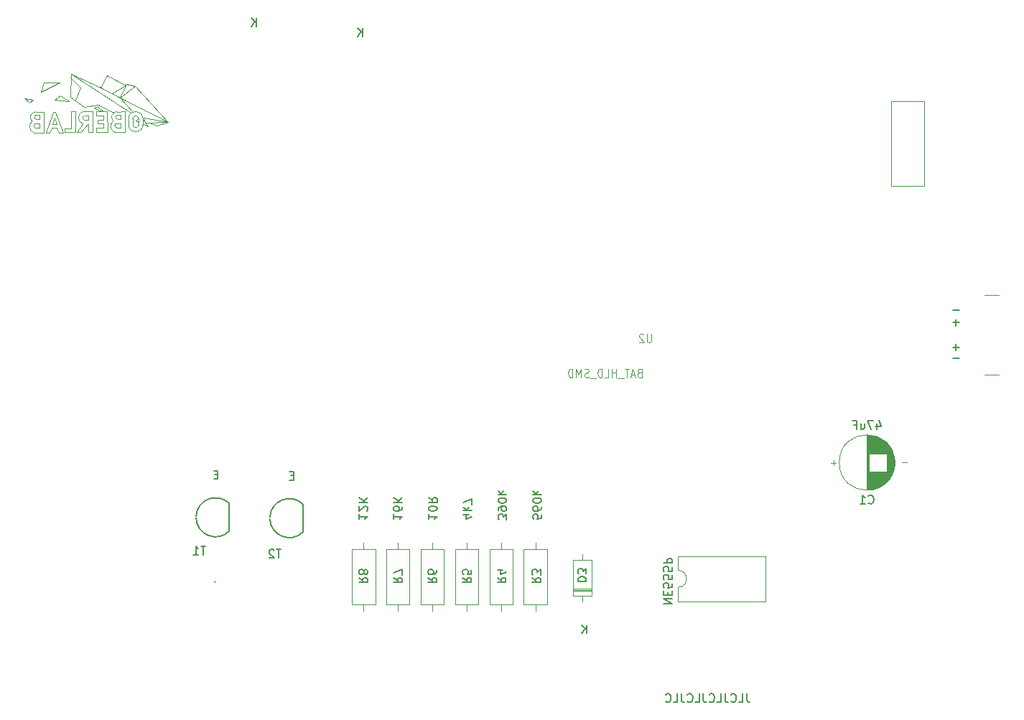
<source format=gbr>
%TF.GenerationSoftware,KiCad,Pcbnew,9.0.6*%
%TF.CreationDate,2026-01-09T14:19:34+01:00*%
%TF.ProjectId,Alligator,416c6c69-6761-4746-9f72-2e6b69636164,rev?*%
%TF.SameCoordinates,Original*%
%TF.FileFunction,Legend,Bot*%
%TF.FilePolarity,Positive*%
%FSLAX46Y46*%
G04 Gerber Fmt 4.6, Leading zero omitted, Abs format (unit mm)*
G04 Created by KiCad (PCBNEW 9.0.6) date 2026-01-09 14:19:34*
%MOMM*%
%LPD*%
G01*
G04 APERTURE LIST*
%ADD10C,0.150000*%
%ADD11C,0.050000*%
%ADD12C,0.120000*%
%ADD13C,0.010000*%
G04 APERTURE END LIST*
D10*
X118139055Y-111556175D02*
G75*
G02*
X122060188Y-110021487I2300045J-100025D01*
G01*
X109439055Y-111456175D02*
G75*
G02*
X113360188Y-109921487I2300045J-100025D01*
G01*
X122060146Y-113290820D02*
G75*
G02*
X118139148Y-111756171I-1621046J1634620D01*
G01*
X122039055Y-109956175D02*
X122039055Y-113256175D01*
X113360146Y-113190820D02*
G75*
G02*
X109439148Y-111656171I-1621046J1634620D01*
G01*
X113339055Y-109856175D02*
X113339055Y-113156175D01*
X116561904Y-53654819D02*
X116561904Y-52654819D01*
X115990476Y-53654819D02*
X116419047Y-53083390D01*
X115990476Y-52654819D02*
X116561904Y-53226247D01*
X129061904Y-54854819D02*
X129061904Y-53854819D01*
X128490476Y-54854819D02*
X128919047Y-54283390D01*
X128490476Y-53854819D02*
X129061904Y-54426247D01*
X110561904Y-114954819D02*
X109990476Y-114954819D01*
X110276190Y-115954819D02*
X110276190Y-114954819D01*
X109133333Y-115954819D02*
X109704761Y-115954819D01*
X109419047Y-115954819D02*
X109419047Y-114954819D01*
X109419047Y-114954819D02*
X109514285Y-115097676D01*
X109514285Y-115097676D02*
X109609523Y-115192914D01*
X109609523Y-115192914D02*
X109704761Y-115240533D01*
X174377506Y-132369819D02*
X174377506Y-133084104D01*
X174377506Y-133084104D02*
X174425125Y-133226961D01*
X174425125Y-133226961D02*
X174520363Y-133322200D01*
X174520363Y-133322200D02*
X174663220Y-133369819D01*
X174663220Y-133369819D02*
X174758458Y-133369819D01*
X173425125Y-133369819D02*
X173901315Y-133369819D01*
X173901315Y-133369819D02*
X173901315Y-132369819D01*
X172520363Y-133274580D02*
X172567982Y-133322200D01*
X172567982Y-133322200D02*
X172710839Y-133369819D01*
X172710839Y-133369819D02*
X172806077Y-133369819D01*
X172806077Y-133369819D02*
X172948934Y-133322200D01*
X172948934Y-133322200D02*
X173044172Y-133226961D01*
X173044172Y-133226961D02*
X173091791Y-133131723D01*
X173091791Y-133131723D02*
X173139410Y-132941247D01*
X173139410Y-132941247D02*
X173139410Y-132798390D01*
X173139410Y-132798390D02*
X173091791Y-132607914D01*
X173091791Y-132607914D02*
X173044172Y-132512676D01*
X173044172Y-132512676D02*
X172948934Y-132417438D01*
X172948934Y-132417438D02*
X172806077Y-132369819D01*
X172806077Y-132369819D02*
X172710839Y-132369819D01*
X172710839Y-132369819D02*
X172567982Y-132417438D01*
X172567982Y-132417438D02*
X172520363Y-132465057D01*
X171806077Y-132369819D02*
X171806077Y-133084104D01*
X171806077Y-133084104D02*
X171853696Y-133226961D01*
X171853696Y-133226961D02*
X171948934Y-133322200D01*
X171948934Y-133322200D02*
X172091791Y-133369819D01*
X172091791Y-133369819D02*
X172187029Y-133369819D01*
X170853696Y-133369819D02*
X171329886Y-133369819D01*
X171329886Y-133369819D02*
X171329886Y-132369819D01*
X169948934Y-133274580D02*
X169996553Y-133322200D01*
X169996553Y-133322200D02*
X170139410Y-133369819D01*
X170139410Y-133369819D02*
X170234648Y-133369819D01*
X170234648Y-133369819D02*
X170377505Y-133322200D01*
X170377505Y-133322200D02*
X170472743Y-133226961D01*
X170472743Y-133226961D02*
X170520362Y-133131723D01*
X170520362Y-133131723D02*
X170567981Y-132941247D01*
X170567981Y-132941247D02*
X170567981Y-132798390D01*
X170567981Y-132798390D02*
X170520362Y-132607914D01*
X170520362Y-132607914D02*
X170472743Y-132512676D01*
X170472743Y-132512676D02*
X170377505Y-132417438D01*
X170377505Y-132417438D02*
X170234648Y-132369819D01*
X170234648Y-132369819D02*
X170139410Y-132369819D01*
X170139410Y-132369819D02*
X169996553Y-132417438D01*
X169996553Y-132417438D02*
X169948934Y-132465057D01*
X169234648Y-132369819D02*
X169234648Y-133084104D01*
X169234648Y-133084104D02*
X169282267Y-133226961D01*
X169282267Y-133226961D02*
X169377505Y-133322200D01*
X169377505Y-133322200D02*
X169520362Y-133369819D01*
X169520362Y-133369819D02*
X169615600Y-133369819D01*
X168282267Y-133369819D02*
X168758457Y-133369819D01*
X168758457Y-133369819D02*
X168758457Y-132369819D01*
X167377505Y-133274580D02*
X167425124Y-133322200D01*
X167425124Y-133322200D02*
X167567981Y-133369819D01*
X167567981Y-133369819D02*
X167663219Y-133369819D01*
X167663219Y-133369819D02*
X167806076Y-133322200D01*
X167806076Y-133322200D02*
X167901314Y-133226961D01*
X167901314Y-133226961D02*
X167948933Y-133131723D01*
X167948933Y-133131723D02*
X167996552Y-132941247D01*
X167996552Y-132941247D02*
X167996552Y-132798390D01*
X167996552Y-132798390D02*
X167948933Y-132607914D01*
X167948933Y-132607914D02*
X167901314Y-132512676D01*
X167901314Y-132512676D02*
X167806076Y-132417438D01*
X167806076Y-132417438D02*
X167663219Y-132369819D01*
X167663219Y-132369819D02*
X167567981Y-132369819D01*
X167567981Y-132369819D02*
X167425124Y-132417438D01*
X167425124Y-132417438D02*
X167377505Y-132465057D01*
X166663219Y-132369819D02*
X166663219Y-133084104D01*
X166663219Y-133084104D02*
X166710838Y-133226961D01*
X166710838Y-133226961D02*
X166806076Y-133322200D01*
X166806076Y-133322200D02*
X166948933Y-133369819D01*
X166948933Y-133369819D02*
X167044171Y-133369819D01*
X165710838Y-133369819D02*
X166187028Y-133369819D01*
X166187028Y-133369819D02*
X166187028Y-132369819D01*
X164806076Y-133274580D02*
X164853695Y-133322200D01*
X164853695Y-133322200D02*
X164996552Y-133369819D01*
X164996552Y-133369819D02*
X165091790Y-133369819D01*
X165091790Y-133369819D02*
X165234647Y-133322200D01*
X165234647Y-133322200D02*
X165329885Y-133226961D01*
X165329885Y-133226961D02*
X165377504Y-133131723D01*
X165377504Y-133131723D02*
X165425123Y-132941247D01*
X165425123Y-132941247D02*
X165425123Y-132798390D01*
X165425123Y-132798390D02*
X165377504Y-132607914D01*
X165377504Y-132607914D02*
X165329885Y-132512676D01*
X165329885Y-132512676D02*
X165234647Y-132417438D01*
X165234647Y-132417438D02*
X165091790Y-132369819D01*
X165091790Y-132369819D02*
X164996552Y-132369819D01*
X164996552Y-132369819D02*
X164853695Y-132417438D01*
X164853695Y-132417438D02*
X164806076Y-132465057D01*
X120914285Y-106631009D02*
X120580952Y-106631009D01*
X120438095Y-107154819D02*
X120914285Y-107154819D01*
X120914285Y-107154819D02*
X120914285Y-106154819D01*
X120914285Y-106154819D02*
X120438095Y-106154819D01*
X198636779Y-87088866D02*
X199398684Y-87088866D01*
X119461904Y-115354819D02*
X118890476Y-115354819D01*
X119176190Y-116354819D02*
X119176190Y-115354819D01*
X118604761Y-115450057D02*
X118557142Y-115402438D01*
X118557142Y-115402438D02*
X118461904Y-115354819D01*
X118461904Y-115354819D02*
X118223809Y-115354819D01*
X118223809Y-115354819D02*
X118128571Y-115402438D01*
X118128571Y-115402438D02*
X118080952Y-115450057D01*
X118080952Y-115450057D02*
X118033333Y-115545295D01*
X118033333Y-115545295D02*
X118033333Y-115640533D01*
X118033333Y-115640533D02*
X118080952Y-115783390D01*
X118080952Y-115783390D02*
X118652380Y-116354819D01*
X118652380Y-116354819D02*
X118033333Y-116354819D01*
X112014285Y-106531009D02*
X111680952Y-106531009D01*
X111538095Y-107054819D02*
X112014285Y-107054819D01*
X112014285Y-107054819D02*
X112014285Y-106054819D01*
X112014285Y-106054819D02*
X111538095Y-106054819D01*
X198636779Y-88588866D02*
X199398684Y-88588866D01*
X199017731Y-88969819D02*
X199017731Y-88207914D01*
X198636779Y-92788866D02*
X199398684Y-92788866D01*
X198636779Y-91488866D02*
X199398684Y-91488866D01*
X199017731Y-91869819D02*
X199017731Y-91107914D01*
X164545180Y-121766666D02*
X165545180Y-121766666D01*
X165545180Y-121766666D02*
X164545180Y-121195238D01*
X164545180Y-121195238D02*
X165545180Y-121195238D01*
X165068990Y-120719047D02*
X165068990Y-120385714D01*
X164545180Y-120242857D02*
X164545180Y-120719047D01*
X164545180Y-120719047D02*
X165545180Y-120719047D01*
X165545180Y-120719047D02*
X165545180Y-120242857D01*
X165545180Y-119338095D02*
X165545180Y-119814285D01*
X165545180Y-119814285D02*
X165068990Y-119861904D01*
X165068990Y-119861904D02*
X165116609Y-119814285D01*
X165116609Y-119814285D02*
X165164228Y-119719047D01*
X165164228Y-119719047D02*
X165164228Y-119480952D01*
X165164228Y-119480952D02*
X165116609Y-119385714D01*
X165116609Y-119385714D02*
X165068990Y-119338095D01*
X165068990Y-119338095D02*
X164973752Y-119290476D01*
X164973752Y-119290476D02*
X164735657Y-119290476D01*
X164735657Y-119290476D02*
X164640419Y-119338095D01*
X164640419Y-119338095D02*
X164592800Y-119385714D01*
X164592800Y-119385714D02*
X164545180Y-119480952D01*
X164545180Y-119480952D02*
X164545180Y-119719047D01*
X164545180Y-119719047D02*
X164592800Y-119814285D01*
X164592800Y-119814285D02*
X164640419Y-119861904D01*
X165545180Y-118385714D02*
X165545180Y-118861904D01*
X165545180Y-118861904D02*
X165068990Y-118909523D01*
X165068990Y-118909523D02*
X165116609Y-118861904D01*
X165116609Y-118861904D02*
X165164228Y-118766666D01*
X165164228Y-118766666D02*
X165164228Y-118528571D01*
X165164228Y-118528571D02*
X165116609Y-118433333D01*
X165116609Y-118433333D02*
X165068990Y-118385714D01*
X165068990Y-118385714D02*
X164973752Y-118338095D01*
X164973752Y-118338095D02*
X164735657Y-118338095D01*
X164735657Y-118338095D02*
X164640419Y-118385714D01*
X164640419Y-118385714D02*
X164592800Y-118433333D01*
X164592800Y-118433333D02*
X164545180Y-118528571D01*
X164545180Y-118528571D02*
X164545180Y-118766666D01*
X164545180Y-118766666D02*
X164592800Y-118861904D01*
X164592800Y-118861904D02*
X164640419Y-118909523D01*
X165545180Y-117433333D02*
X165545180Y-117909523D01*
X165545180Y-117909523D02*
X165068990Y-117957142D01*
X165068990Y-117957142D02*
X165116609Y-117909523D01*
X165116609Y-117909523D02*
X165164228Y-117814285D01*
X165164228Y-117814285D02*
X165164228Y-117576190D01*
X165164228Y-117576190D02*
X165116609Y-117480952D01*
X165116609Y-117480952D02*
X165068990Y-117433333D01*
X165068990Y-117433333D02*
X164973752Y-117385714D01*
X164973752Y-117385714D02*
X164735657Y-117385714D01*
X164735657Y-117385714D02*
X164640419Y-117433333D01*
X164640419Y-117433333D02*
X164592800Y-117480952D01*
X164592800Y-117480952D02*
X164545180Y-117576190D01*
X164545180Y-117576190D02*
X164545180Y-117814285D01*
X164545180Y-117814285D02*
X164592800Y-117909523D01*
X164592800Y-117909523D02*
X164640419Y-117957142D01*
X164545180Y-116957142D02*
X165545180Y-116957142D01*
X165545180Y-116957142D02*
X165545180Y-116576190D01*
X165545180Y-116576190D02*
X165497561Y-116480952D01*
X165497561Y-116480952D02*
X165449942Y-116433333D01*
X165449942Y-116433333D02*
X165354704Y-116385714D01*
X165354704Y-116385714D02*
X165211847Y-116385714D01*
X165211847Y-116385714D02*
X165116609Y-116433333D01*
X165116609Y-116433333D02*
X165068990Y-116480952D01*
X165068990Y-116480952D02*
X165021371Y-116576190D01*
X165021371Y-116576190D02*
X165021371Y-116957142D01*
X149045180Y-118666666D02*
X149521371Y-118999999D01*
X149045180Y-119238094D02*
X150045180Y-119238094D01*
X150045180Y-119238094D02*
X150045180Y-118857142D01*
X150045180Y-118857142D02*
X149997561Y-118761904D01*
X149997561Y-118761904D02*
X149949942Y-118714285D01*
X149949942Y-118714285D02*
X149854704Y-118666666D01*
X149854704Y-118666666D02*
X149711847Y-118666666D01*
X149711847Y-118666666D02*
X149616609Y-118714285D01*
X149616609Y-118714285D02*
X149568990Y-118761904D01*
X149568990Y-118761904D02*
X149521371Y-118857142D01*
X149521371Y-118857142D02*
X149521371Y-119238094D01*
X150045180Y-118333332D02*
X150045180Y-117714285D01*
X150045180Y-117714285D02*
X149664228Y-118047618D01*
X149664228Y-118047618D02*
X149664228Y-117904761D01*
X149664228Y-117904761D02*
X149616609Y-117809523D01*
X149616609Y-117809523D02*
X149568990Y-117761904D01*
X149568990Y-117761904D02*
X149473752Y-117714285D01*
X149473752Y-117714285D02*
X149235657Y-117714285D01*
X149235657Y-117714285D02*
X149140419Y-117761904D01*
X149140419Y-117761904D02*
X149092800Y-117809523D01*
X149092800Y-117809523D02*
X149045180Y-117904761D01*
X149045180Y-117904761D02*
X149045180Y-118190475D01*
X149045180Y-118190475D02*
X149092800Y-118285713D01*
X149092800Y-118285713D02*
X149140419Y-118333332D01*
X150145180Y-111238094D02*
X150145180Y-111714284D01*
X150145180Y-111714284D02*
X149668990Y-111761903D01*
X149668990Y-111761903D02*
X149716609Y-111714284D01*
X149716609Y-111714284D02*
X149764228Y-111619046D01*
X149764228Y-111619046D02*
X149764228Y-111380951D01*
X149764228Y-111380951D02*
X149716609Y-111285713D01*
X149716609Y-111285713D02*
X149668990Y-111238094D01*
X149668990Y-111238094D02*
X149573752Y-111190475D01*
X149573752Y-111190475D02*
X149335657Y-111190475D01*
X149335657Y-111190475D02*
X149240419Y-111238094D01*
X149240419Y-111238094D02*
X149192800Y-111285713D01*
X149192800Y-111285713D02*
X149145180Y-111380951D01*
X149145180Y-111380951D02*
X149145180Y-111619046D01*
X149145180Y-111619046D02*
X149192800Y-111714284D01*
X149192800Y-111714284D02*
X149240419Y-111761903D01*
X150145180Y-110333332D02*
X150145180Y-110523808D01*
X150145180Y-110523808D02*
X150097561Y-110619046D01*
X150097561Y-110619046D02*
X150049942Y-110666665D01*
X150049942Y-110666665D02*
X149907085Y-110761903D01*
X149907085Y-110761903D02*
X149716609Y-110809522D01*
X149716609Y-110809522D02*
X149335657Y-110809522D01*
X149335657Y-110809522D02*
X149240419Y-110761903D01*
X149240419Y-110761903D02*
X149192800Y-110714284D01*
X149192800Y-110714284D02*
X149145180Y-110619046D01*
X149145180Y-110619046D02*
X149145180Y-110428570D01*
X149145180Y-110428570D02*
X149192800Y-110333332D01*
X149192800Y-110333332D02*
X149240419Y-110285713D01*
X149240419Y-110285713D02*
X149335657Y-110238094D01*
X149335657Y-110238094D02*
X149573752Y-110238094D01*
X149573752Y-110238094D02*
X149668990Y-110285713D01*
X149668990Y-110285713D02*
X149716609Y-110333332D01*
X149716609Y-110333332D02*
X149764228Y-110428570D01*
X149764228Y-110428570D02*
X149764228Y-110619046D01*
X149764228Y-110619046D02*
X149716609Y-110714284D01*
X149716609Y-110714284D02*
X149668990Y-110761903D01*
X149668990Y-110761903D02*
X149573752Y-110809522D01*
X150145180Y-109619046D02*
X150145180Y-109523808D01*
X150145180Y-109523808D02*
X150097561Y-109428570D01*
X150097561Y-109428570D02*
X150049942Y-109380951D01*
X150049942Y-109380951D02*
X149954704Y-109333332D01*
X149954704Y-109333332D02*
X149764228Y-109285713D01*
X149764228Y-109285713D02*
X149526133Y-109285713D01*
X149526133Y-109285713D02*
X149335657Y-109333332D01*
X149335657Y-109333332D02*
X149240419Y-109380951D01*
X149240419Y-109380951D02*
X149192800Y-109428570D01*
X149192800Y-109428570D02*
X149145180Y-109523808D01*
X149145180Y-109523808D02*
X149145180Y-109619046D01*
X149145180Y-109619046D02*
X149192800Y-109714284D01*
X149192800Y-109714284D02*
X149240419Y-109761903D01*
X149240419Y-109761903D02*
X149335657Y-109809522D01*
X149335657Y-109809522D02*
X149526133Y-109857141D01*
X149526133Y-109857141D02*
X149764228Y-109857141D01*
X149764228Y-109857141D02*
X149954704Y-109809522D01*
X149954704Y-109809522D02*
X150049942Y-109761903D01*
X150049942Y-109761903D02*
X150097561Y-109714284D01*
X150097561Y-109714284D02*
X150145180Y-109619046D01*
X149145180Y-108857141D02*
X150145180Y-108857141D01*
X149526133Y-108761903D02*
X149145180Y-108476189D01*
X149811847Y-108476189D02*
X149430895Y-108857141D01*
X136805180Y-118666666D02*
X137281371Y-118999999D01*
X136805180Y-119238094D02*
X137805180Y-119238094D01*
X137805180Y-119238094D02*
X137805180Y-118857142D01*
X137805180Y-118857142D02*
X137757561Y-118761904D01*
X137757561Y-118761904D02*
X137709942Y-118714285D01*
X137709942Y-118714285D02*
X137614704Y-118666666D01*
X137614704Y-118666666D02*
X137471847Y-118666666D01*
X137471847Y-118666666D02*
X137376609Y-118714285D01*
X137376609Y-118714285D02*
X137328990Y-118761904D01*
X137328990Y-118761904D02*
X137281371Y-118857142D01*
X137281371Y-118857142D02*
X137281371Y-119238094D01*
X137805180Y-117809523D02*
X137805180Y-117999999D01*
X137805180Y-117999999D02*
X137757561Y-118095237D01*
X137757561Y-118095237D02*
X137709942Y-118142856D01*
X137709942Y-118142856D02*
X137567085Y-118238094D01*
X137567085Y-118238094D02*
X137376609Y-118285713D01*
X137376609Y-118285713D02*
X136995657Y-118285713D01*
X136995657Y-118285713D02*
X136900419Y-118238094D01*
X136900419Y-118238094D02*
X136852800Y-118190475D01*
X136852800Y-118190475D02*
X136805180Y-118095237D01*
X136805180Y-118095237D02*
X136805180Y-117904761D01*
X136805180Y-117904761D02*
X136852800Y-117809523D01*
X136852800Y-117809523D02*
X136900419Y-117761904D01*
X136900419Y-117761904D02*
X136995657Y-117714285D01*
X136995657Y-117714285D02*
X137233752Y-117714285D01*
X137233752Y-117714285D02*
X137328990Y-117761904D01*
X137328990Y-117761904D02*
X137376609Y-117809523D01*
X137376609Y-117809523D02*
X137424228Y-117904761D01*
X137424228Y-117904761D02*
X137424228Y-118095237D01*
X137424228Y-118095237D02*
X137376609Y-118190475D01*
X137376609Y-118190475D02*
X137328990Y-118238094D01*
X137328990Y-118238094D02*
X137233752Y-118285713D01*
X136845180Y-111190476D02*
X136845180Y-111761904D01*
X136845180Y-111476190D02*
X137845180Y-111476190D01*
X137845180Y-111476190D02*
X137702323Y-111571428D01*
X137702323Y-111571428D02*
X137607085Y-111666666D01*
X137607085Y-111666666D02*
X137559466Y-111761904D01*
X137845180Y-110571428D02*
X137845180Y-110476190D01*
X137845180Y-110476190D02*
X137797561Y-110380952D01*
X137797561Y-110380952D02*
X137749942Y-110333333D01*
X137749942Y-110333333D02*
X137654704Y-110285714D01*
X137654704Y-110285714D02*
X137464228Y-110238095D01*
X137464228Y-110238095D02*
X137226133Y-110238095D01*
X137226133Y-110238095D02*
X137035657Y-110285714D01*
X137035657Y-110285714D02*
X136940419Y-110333333D01*
X136940419Y-110333333D02*
X136892800Y-110380952D01*
X136892800Y-110380952D02*
X136845180Y-110476190D01*
X136845180Y-110476190D02*
X136845180Y-110571428D01*
X136845180Y-110571428D02*
X136892800Y-110666666D01*
X136892800Y-110666666D02*
X136940419Y-110714285D01*
X136940419Y-110714285D02*
X137035657Y-110761904D01*
X137035657Y-110761904D02*
X137226133Y-110809523D01*
X137226133Y-110809523D02*
X137464228Y-110809523D01*
X137464228Y-110809523D02*
X137654704Y-110761904D01*
X137654704Y-110761904D02*
X137749942Y-110714285D01*
X137749942Y-110714285D02*
X137797561Y-110666666D01*
X137797561Y-110666666D02*
X137845180Y-110571428D01*
X136845180Y-109238095D02*
X137321371Y-109571428D01*
X136845180Y-109809523D02*
X137845180Y-109809523D01*
X137845180Y-109809523D02*
X137845180Y-109428571D01*
X137845180Y-109428571D02*
X137797561Y-109333333D01*
X137797561Y-109333333D02*
X137749942Y-109285714D01*
X137749942Y-109285714D02*
X137654704Y-109238095D01*
X137654704Y-109238095D02*
X137511847Y-109238095D01*
X137511847Y-109238095D02*
X137416609Y-109285714D01*
X137416609Y-109285714D02*
X137368990Y-109333333D01*
X137368990Y-109333333D02*
X137321371Y-109428571D01*
X137321371Y-109428571D02*
X137321371Y-109809523D01*
X128645180Y-118666666D02*
X129121371Y-118999999D01*
X128645180Y-119238094D02*
X129645180Y-119238094D01*
X129645180Y-119238094D02*
X129645180Y-118857142D01*
X129645180Y-118857142D02*
X129597561Y-118761904D01*
X129597561Y-118761904D02*
X129549942Y-118714285D01*
X129549942Y-118714285D02*
X129454704Y-118666666D01*
X129454704Y-118666666D02*
X129311847Y-118666666D01*
X129311847Y-118666666D02*
X129216609Y-118714285D01*
X129216609Y-118714285D02*
X129168990Y-118761904D01*
X129168990Y-118761904D02*
X129121371Y-118857142D01*
X129121371Y-118857142D02*
X129121371Y-119238094D01*
X129216609Y-118095237D02*
X129264228Y-118190475D01*
X129264228Y-118190475D02*
X129311847Y-118238094D01*
X129311847Y-118238094D02*
X129407085Y-118285713D01*
X129407085Y-118285713D02*
X129454704Y-118285713D01*
X129454704Y-118285713D02*
X129549942Y-118238094D01*
X129549942Y-118238094D02*
X129597561Y-118190475D01*
X129597561Y-118190475D02*
X129645180Y-118095237D01*
X129645180Y-118095237D02*
X129645180Y-117904761D01*
X129645180Y-117904761D02*
X129597561Y-117809523D01*
X129597561Y-117809523D02*
X129549942Y-117761904D01*
X129549942Y-117761904D02*
X129454704Y-117714285D01*
X129454704Y-117714285D02*
X129407085Y-117714285D01*
X129407085Y-117714285D02*
X129311847Y-117761904D01*
X129311847Y-117761904D02*
X129264228Y-117809523D01*
X129264228Y-117809523D02*
X129216609Y-117904761D01*
X129216609Y-117904761D02*
X129216609Y-118095237D01*
X129216609Y-118095237D02*
X129168990Y-118190475D01*
X129168990Y-118190475D02*
X129121371Y-118238094D01*
X129121371Y-118238094D02*
X129026133Y-118285713D01*
X129026133Y-118285713D02*
X128835657Y-118285713D01*
X128835657Y-118285713D02*
X128740419Y-118238094D01*
X128740419Y-118238094D02*
X128692800Y-118190475D01*
X128692800Y-118190475D02*
X128645180Y-118095237D01*
X128645180Y-118095237D02*
X128645180Y-117904761D01*
X128645180Y-117904761D02*
X128692800Y-117809523D01*
X128692800Y-117809523D02*
X128740419Y-117761904D01*
X128740419Y-117761904D02*
X128835657Y-117714285D01*
X128835657Y-117714285D02*
X129026133Y-117714285D01*
X129026133Y-117714285D02*
X129121371Y-117761904D01*
X129121371Y-117761904D02*
X129168990Y-117809523D01*
X129168990Y-117809523D02*
X129216609Y-117904761D01*
X128645180Y-111190476D02*
X128645180Y-111761904D01*
X128645180Y-111476190D02*
X129645180Y-111476190D01*
X129645180Y-111476190D02*
X129502323Y-111571428D01*
X129502323Y-111571428D02*
X129407085Y-111666666D01*
X129407085Y-111666666D02*
X129359466Y-111761904D01*
X129549942Y-110809523D02*
X129597561Y-110761904D01*
X129597561Y-110761904D02*
X129645180Y-110666666D01*
X129645180Y-110666666D02*
X129645180Y-110428571D01*
X129645180Y-110428571D02*
X129597561Y-110333333D01*
X129597561Y-110333333D02*
X129549942Y-110285714D01*
X129549942Y-110285714D02*
X129454704Y-110238095D01*
X129454704Y-110238095D02*
X129359466Y-110238095D01*
X129359466Y-110238095D02*
X129216609Y-110285714D01*
X129216609Y-110285714D02*
X128645180Y-110857142D01*
X128645180Y-110857142D02*
X128645180Y-110238095D01*
X128645180Y-109809523D02*
X129645180Y-109809523D01*
X128645180Y-109238095D02*
X129216609Y-109666666D01*
X129645180Y-109238095D02*
X129073752Y-109809523D01*
X154445180Y-119138094D02*
X155445180Y-119138094D01*
X155445180Y-119138094D02*
X155445180Y-118899999D01*
X155445180Y-118899999D02*
X155397561Y-118757142D01*
X155397561Y-118757142D02*
X155302323Y-118661904D01*
X155302323Y-118661904D02*
X155207085Y-118614285D01*
X155207085Y-118614285D02*
X155016609Y-118566666D01*
X155016609Y-118566666D02*
X154873752Y-118566666D01*
X154873752Y-118566666D02*
X154683276Y-118614285D01*
X154683276Y-118614285D02*
X154588038Y-118661904D01*
X154588038Y-118661904D02*
X154492800Y-118757142D01*
X154492800Y-118757142D02*
X154445180Y-118899999D01*
X154445180Y-118899999D02*
X154445180Y-119138094D01*
X155445180Y-118233332D02*
X155445180Y-117614285D01*
X155445180Y-117614285D02*
X155064228Y-117947618D01*
X155064228Y-117947618D02*
X155064228Y-117804761D01*
X155064228Y-117804761D02*
X155016609Y-117709523D01*
X155016609Y-117709523D02*
X154968990Y-117661904D01*
X154968990Y-117661904D02*
X154873752Y-117614285D01*
X154873752Y-117614285D02*
X154635657Y-117614285D01*
X154635657Y-117614285D02*
X154540419Y-117661904D01*
X154540419Y-117661904D02*
X154492800Y-117709523D01*
X154492800Y-117709523D02*
X154445180Y-117804761D01*
X154445180Y-117804761D02*
X154445180Y-118090475D01*
X154445180Y-118090475D02*
X154492800Y-118185713D01*
X154492800Y-118185713D02*
X154540419Y-118233332D01*
X155461904Y-125254819D02*
X155461904Y-124254819D01*
X154890476Y-125254819D02*
X155319047Y-124683390D01*
X154890476Y-124254819D02*
X155461904Y-124826247D01*
X140885180Y-118666666D02*
X141361371Y-118999999D01*
X140885180Y-119238094D02*
X141885180Y-119238094D01*
X141885180Y-119238094D02*
X141885180Y-118857142D01*
X141885180Y-118857142D02*
X141837561Y-118761904D01*
X141837561Y-118761904D02*
X141789942Y-118714285D01*
X141789942Y-118714285D02*
X141694704Y-118666666D01*
X141694704Y-118666666D02*
X141551847Y-118666666D01*
X141551847Y-118666666D02*
X141456609Y-118714285D01*
X141456609Y-118714285D02*
X141408990Y-118761904D01*
X141408990Y-118761904D02*
X141361371Y-118857142D01*
X141361371Y-118857142D02*
X141361371Y-119238094D01*
X141885180Y-117761904D02*
X141885180Y-118238094D01*
X141885180Y-118238094D02*
X141408990Y-118285713D01*
X141408990Y-118285713D02*
X141456609Y-118238094D01*
X141456609Y-118238094D02*
X141504228Y-118142856D01*
X141504228Y-118142856D02*
X141504228Y-117904761D01*
X141504228Y-117904761D02*
X141456609Y-117809523D01*
X141456609Y-117809523D02*
X141408990Y-117761904D01*
X141408990Y-117761904D02*
X141313752Y-117714285D01*
X141313752Y-117714285D02*
X141075657Y-117714285D01*
X141075657Y-117714285D02*
X140980419Y-117761904D01*
X140980419Y-117761904D02*
X140932800Y-117809523D01*
X140932800Y-117809523D02*
X140885180Y-117904761D01*
X140885180Y-117904761D02*
X140885180Y-118142856D01*
X140885180Y-118142856D02*
X140932800Y-118238094D01*
X140932800Y-118238094D02*
X140980419Y-118285713D01*
X141611847Y-111285714D02*
X140945180Y-111285714D01*
X141992800Y-111523809D02*
X141278514Y-111761904D01*
X141278514Y-111761904D02*
X141278514Y-111142857D01*
X140945180Y-110761904D02*
X141945180Y-110761904D01*
X141326133Y-110666666D02*
X140945180Y-110380952D01*
X141611847Y-110380952D02*
X141230895Y-110761904D01*
X141945180Y-110047618D02*
X141945180Y-109380952D01*
X141945180Y-109380952D02*
X140945180Y-109809523D01*
X144965180Y-118666666D02*
X145441371Y-118999999D01*
X144965180Y-119238094D02*
X145965180Y-119238094D01*
X145965180Y-119238094D02*
X145965180Y-118857142D01*
X145965180Y-118857142D02*
X145917561Y-118761904D01*
X145917561Y-118761904D02*
X145869942Y-118714285D01*
X145869942Y-118714285D02*
X145774704Y-118666666D01*
X145774704Y-118666666D02*
X145631847Y-118666666D01*
X145631847Y-118666666D02*
X145536609Y-118714285D01*
X145536609Y-118714285D02*
X145488990Y-118761904D01*
X145488990Y-118761904D02*
X145441371Y-118857142D01*
X145441371Y-118857142D02*
X145441371Y-119238094D01*
X145631847Y-117809523D02*
X144965180Y-117809523D01*
X146012800Y-118047618D02*
X145298514Y-118285713D01*
X145298514Y-118285713D02*
X145298514Y-117666666D01*
X146045180Y-111809522D02*
X146045180Y-111190475D01*
X146045180Y-111190475D02*
X145664228Y-111523808D01*
X145664228Y-111523808D02*
X145664228Y-111380951D01*
X145664228Y-111380951D02*
X145616609Y-111285713D01*
X145616609Y-111285713D02*
X145568990Y-111238094D01*
X145568990Y-111238094D02*
X145473752Y-111190475D01*
X145473752Y-111190475D02*
X145235657Y-111190475D01*
X145235657Y-111190475D02*
X145140419Y-111238094D01*
X145140419Y-111238094D02*
X145092800Y-111285713D01*
X145092800Y-111285713D02*
X145045180Y-111380951D01*
X145045180Y-111380951D02*
X145045180Y-111666665D01*
X145045180Y-111666665D02*
X145092800Y-111761903D01*
X145092800Y-111761903D02*
X145140419Y-111809522D01*
X145045180Y-110714284D02*
X145045180Y-110523808D01*
X145045180Y-110523808D02*
X145092800Y-110428570D01*
X145092800Y-110428570D02*
X145140419Y-110380951D01*
X145140419Y-110380951D02*
X145283276Y-110285713D01*
X145283276Y-110285713D02*
X145473752Y-110238094D01*
X145473752Y-110238094D02*
X145854704Y-110238094D01*
X145854704Y-110238094D02*
X145949942Y-110285713D01*
X145949942Y-110285713D02*
X145997561Y-110333332D01*
X145997561Y-110333332D02*
X146045180Y-110428570D01*
X146045180Y-110428570D02*
X146045180Y-110619046D01*
X146045180Y-110619046D02*
X145997561Y-110714284D01*
X145997561Y-110714284D02*
X145949942Y-110761903D01*
X145949942Y-110761903D02*
X145854704Y-110809522D01*
X145854704Y-110809522D02*
X145616609Y-110809522D01*
X145616609Y-110809522D02*
X145521371Y-110761903D01*
X145521371Y-110761903D02*
X145473752Y-110714284D01*
X145473752Y-110714284D02*
X145426133Y-110619046D01*
X145426133Y-110619046D02*
X145426133Y-110428570D01*
X145426133Y-110428570D02*
X145473752Y-110333332D01*
X145473752Y-110333332D02*
X145521371Y-110285713D01*
X145521371Y-110285713D02*
X145616609Y-110238094D01*
X146045180Y-109619046D02*
X146045180Y-109523808D01*
X146045180Y-109523808D02*
X145997561Y-109428570D01*
X145997561Y-109428570D02*
X145949942Y-109380951D01*
X145949942Y-109380951D02*
X145854704Y-109333332D01*
X145854704Y-109333332D02*
X145664228Y-109285713D01*
X145664228Y-109285713D02*
X145426133Y-109285713D01*
X145426133Y-109285713D02*
X145235657Y-109333332D01*
X145235657Y-109333332D02*
X145140419Y-109380951D01*
X145140419Y-109380951D02*
X145092800Y-109428570D01*
X145092800Y-109428570D02*
X145045180Y-109523808D01*
X145045180Y-109523808D02*
X145045180Y-109619046D01*
X145045180Y-109619046D02*
X145092800Y-109714284D01*
X145092800Y-109714284D02*
X145140419Y-109761903D01*
X145140419Y-109761903D02*
X145235657Y-109809522D01*
X145235657Y-109809522D02*
X145426133Y-109857141D01*
X145426133Y-109857141D02*
X145664228Y-109857141D01*
X145664228Y-109857141D02*
X145854704Y-109809522D01*
X145854704Y-109809522D02*
X145949942Y-109761903D01*
X145949942Y-109761903D02*
X145997561Y-109714284D01*
X145997561Y-109714284D02*
X146045180Y-109619046D01*
X145045180Y-108857141D02*
X146045180Y-108857141D01*
X145426133Y-108761903D02*
X145045180Y-108476189D01*
X145711847Y-108476189D02*
X145330895Y-108857141D01*
X132725180Y-118666666D02*
X133201371Y-118999999D01*
X132725180Y-119238094D02*
X133725180Y-119238094D01*
X133725180Y-119238094D02*
X133725180Y-118857142D01*
X133725180Y-118857142D02*
X133677561Y-118761904D01*
X133677561Y-118761904D02*
X133629942Y-118714285D01*
X133629942Y-118714285D02*
X133534704Y-118666666D01*
X133534704Y-118666666D02*
X133391847Y-118666666D01*
X133391847Y-118666666D02*
X133296609Y-118714285D01*
X133296609Y-118714285D02*
X133248990Y-118761904D01*
X133248990Y-118761904D02*
X133201371Y-118857142D01*
X133201371Y-118857142D02*
X133201371Y-119238094D01*
X133725180Y-118333332D02*
X133725180Y-117666666D01*
X133725180Y-117666666D02*
X132725180Y-118095237D01*
X132745180Y-111190476D02*
X132745180Y-111761904D01*
X132745180Y-111476190D02*
X133745180Y-111476190D01*
X133745180Y-111476190D02*
X133602323Y-111571428D01*
X133602323Y-111571428D02*
X133507085Y-111666666D01*
X133507085Y-111666666D02*
X133459466Y-111761904D01*
X133745180Y-110333333D02*
X133745180Y-110523809D01*
X133745180Y-110523809D02*
X133697561Y-110619047D01*
X133697561Y-110619047D02*
X133649942Y-110666666D01*
X133649942Y-110666666D02*
X133507085Y-110761904D01*
X133507085Y-110761904D02*
X133316609Y-110809523D01*
X133316609Y-110809523D02*
X132935657Y-110809523D01*
X132935657Y-110809523D02*
X132840419Y-110761904D01*
X132840419Y-110761904D02*
X132792800Y-110714285D01*
X132792800Y-110714285D02*
X132745180Y-110619047D01*
X132745180Y-110619047D02*
X132745180Y-110428571D01*
X132745180Y-110428571D02*
X132792800Y-110333333D01*
X132792800Y-110333333D02*
X132840419Y-110285714D01*
X132840419Y-110285714D02*
X132935657Y-110238095D01*
X132935657Y-110238095D02*
X133173752Y-110238095D01*
X133173752Y-110238095D02*
X133268990Y-110285714D01*
X133268990Y-110285714D02*
X133316609Y-110333333D01*
X133316609Y-110333333D02*
X133364228Y-110428571D01*
X133364228Y-110428571D02*
X133364228Y-110619047D01*
X133364228Y-110619047D02*
X133316609Y-110714285D01*
X133316609Y-110714285D02*
X133268990Y-110761904D01*
X133268990Y-110761904D02*
X133173752Y-110809523D01*
X132745180Y-109809523D02*
X133745180Y-109809523D01*
X132745180Y-109238095D02*
X133316609Y-109666666D01*
X133745180Y-109238095D02*
X133173752Y-109809523D01*
X188716666Y-109859580D02*
X188764285Y-109907200D01*
X188764285Y-109907200D02*
X188907142Y-109954819D01*
X188907142Y-109954819D02*
X189002380Y-109954819D01*
X189002380Y-109954819D02*
X189145237Y-109907200D01*
X189145237Y-109907200D02*
X189240475Y-109811961D01*
X189240475Y-109811961D02*
X189288094Y-109716723D01*
X189288094Y-109716723D02*
X189335713Y-109526247D01*
X189335713Y-109526247D02*
X189335713Y-109383390D01*
X189335713Y-109383390D02*
X189288094Y-109192914D01*
X189288094Y-109192914D02*
X189240475Y-109097676D01*
X189240475Y-109097676D02*
X189145237Y-109002438D01*
X189145237Y-109002438D02*
X189002380Y-108954819D01*
X189002380Y-108954819D02*
X188907142Y-108954819D01*
X188907142Y-108954819D02*
X188764285Y-109002438D01*
X188764285Y-109002438D02*
X188716666Y-109050057D01*
X187764285Y-109954819D02*
X188335713Y-109954819D01*
X188049999Y-109954819D02*
X188049999Y-108954819D01*
X188049999Y-108954819D02*
X188145237Y-109097676D01*
X188145237Y-109097676D02*
X188240475Y-109192914D01*
X188240475Y-109192914D02*
X188335713Y-109240533D01*
X189716666Y-100488152D02*
X189716666Y-101154819D01*
X189954761Y-100107200D02*
X190192856Y-100821485D01*
X190192856Y-100821485D02*
X189573809Y-100821485D01*
X189288094Y-100154819D02*
X188621428Y-100154819D01*
X188621428Y-100154819D02*
X189049999Y-101154819D01*
X187811904Y-100488152D02*
X187811904Y-101154819D01*
X188240475Y-100488152D02*
X188240475Y-101011961D01*
X188240475Y-101011961D02*
X188192856Y-101107200D01*
X188192856Y-101107200D02*
X188097618Y-101154819D01*
X188097618Y-101154819D02*
X187954761Y-101154819D01*
X187954761Y-101154819D02*
X187859523Y-101107200D01*
X187859523Y-101107200D02*
X187811904Y-101059580D01*
X187002380Y-100631009D02*
X187335713Y-100631009D01*
X187335713Y-101154819D02*
X187335713Y-100154819D01*
X187335713Y-100154819D02*
X186859523Y-100154819D01*
D11*
X163115714Y-89920019D02*
X163115714Y-90729542D01*
X163115714Y-90729542D02*
X163072857Y-90824780D01*
X163072857Y-90824780D02*
X163030000Y-90872400D01*
X163030000Y-90872400D02*
X162944285Y-90920019D01*
X162944285Y-90920019D02*
X162772857Y-90920019D01*
X162772857Y-90920019D02*
X162687142Y-90872400D01*
X162687142Y-90872400D02*
X162644285Y-90824780D01*
X162644285Y-90824780D02*
X162601428Y-90729542D01*
X162601428Y-90729542D02*
X162601428Y-89920019D01*
X162215714Y-90015257D02*
X162172857Y-89967638D01*
X162172857Y-89967638D02*
X162087143Y-89920019D01*
X162087143Y-89920019D02*
X161872857Y-89920019D01*
X161872857Y-89920019D02*
X161787143Y-89967638D01*
X161787143Y-89967638D02*
X161744285Y-90015257D01*
X161744285Y-90015257D02*
X161701428Y-90110495D01*
X161701428Y-90110495D02*
X161701428Y-90205733D01*
X161701428Y-90205733D02*
X161744285Y-90348590D01*
X161744285Y-90348590D02*
X162258571Y-90920019D01*
X162258571Y-90920019D02*
X161701428Y-90920019D01*
X161708570Y-94516209D02*
X161579998Y-94563828D01*
X161579998Y-94563828D02*
X161537141Y-94611447D01*
X161537141Y-94611447D02*
X161494284Y-94706685D01*
X161494284Y-94706685D02*
X161494284Y-94849542D01*
X161494284Y-94849542D02*
X161537141Y-94944780D01*
X161537141Y-94944780D02*
X161579998Y-94992400D01*
X161579998Y-94992400D02*
X161665713Y-95040019D01*
X161665713Y-95040019D02*
X162008570Y-95040019D01*
X162008570Y-95040019D02*
X162008570Y-94040019D01*
X162008570Y-94040019D02*
X161708570Y-94040019D01*
X161708570Y-94040019D02*
X161622856Y-94087638D01*
X161622856Y-94087638D02*
X161579998Y-94135257D01*
X161579998Y-94135257D02*
X161537141Y-94230495D01*
X161537141Y-94230495D02*
X161537141Y-94325733D01*
X161537141Y-94325733D02*
X161579998Y-94420971D01*
X161579998Y-94420971D02*
X161622856Y-94468590D01*
X161622856Y-94468590D02*
X161708570Y-94516209D01*
X161708570Y-94516209D02*
X162008570Y-94516209D01*
X161151427Y-94754304D02*
X160722856Y-94754304D01*
X161237141Y-95040019D02*
X160937141Y-94040019D01*
X160937141Y-94040019D02*
X160637141Y-95040019D01*
X160465712Y-94040019D02*
X159951427Y-94040019D01*
X160208569Y-95040019D02*
X160208569Y-94040019D01*
X159865713Y-95135257D02*
X159179998Y-95135257D01*
X158965713Y-95040019D02*
X158965713Y-94040019D01*
X158965713Y-94516209D02*
X158451427Y-94516209D01*
X158451427Y-95040019D02*
X158451427Y-94040019D01*
X157594284Y-95040019D02*
X158022856Y-95040019D01*
X158022856Y-95040019D02*
X158022856Y-94040019D01*
X157294285Y-95040019D02*
X157294285Y-94040019D01*
X157294285Y-94040019D02*
X157079999Y-94040019D01*
X157079999Y-94040019D02*
X156951428Y-94087638D01*
X156951428Y-94087638D02*
X156865713Y-94182876D01*
X156865713Y-94182876D02*
X156822856Y-94278114D01*
X156822856Y-94278114D02*
X156779999Y-94468590D01*
X156779999Y-94468590D02*
X156779999Y-94611447D01*
X156779999Y-94611447D02*
X156822856Y-94801923D01*
X156822856Y-94801923D02*
X156865713Y-94897161D01*
X156865713Y-94897161D02*
X156951428Y-94992400D01*
X156951428Y-94992400D02*
X157079999Y-95040019D01*
X157079999Y-95040019D02*
X157294285Y-95040019D01*
X156608571Y-95135257D02*
X155922856Y-95135257D01*
X155751428Y-94992400D02*
X155622857Y-95040019D01*
X155622857Y-95040019D02*
X155408571Y-95040019D01*
X155408571Y-95040019D02*
X155322857Y-94992400D01*
X155322857Y-94992400D02*
X155279999Y-94944780D01*
X155279999Y-94944780D02*
X155237142Y-94849542D01*
X155237142Y-94849542D02*
X155237142Y-94754304D01*
X155237142Y-94754304D02*
X155279999Y-94659066D01*
X155279999Y-94659066D02*
X155322857Y-94611447D01*
X155322857Y-94611447D02*
X155408571Y-94563828D01*
X155408571Y-94563828D02*
X155579999Y-94516209D01*
X155579999Y-94516209D02*
X155665714Y-94468590D01*
X155665714Y-94468590D02*
X155708571Y-94420971D01*
X155708571Y-94420971D02*
X155751428Y-94325733D01*
X155751428Y-94325733D02*
X155751428Y-94230495D01*
X155751428Y-94230495D02*
X155708571Y-94135257D01*
X155708571Y-94135257D02*
X155665714Y-94087638D01*
X155665714Y-94087638D02*
X155579999Y-94040019D01*
X155579999Y-94040019D02*
X155365714Y-94040019D01*
X155365714Y-94040019D02*
X155237142Y-94087638D01*
X154851428Y-95040019D02*
X154851428Y-94040019D01*
X154851428Y-94040019D02*
X154551428Y-94754304D01*
X154551428Y-94754304D02*
X154251428Y-94040019D01*
X154251428Y-94040019D02*
X154251428Y-95040019D01*
X153822857Y-95040019D02*
X153822857Y-94040019D01*
X153822857Y-94040019D02*
X153608571Y-94040019D01*
X153608571Y-94040019D02*
X153480000Y-94087638D01*
X153480000Y-94087638D02*
X153394285Y-94182876D01*
X153394285Y-94182876D02*
X153351428Y-94278114D01*
X153351428Y-94278114D02*
X153308571Y-94468590D01*
X153308571Y-94468590D02*
X153308571Y-94611447D01*
X153308571Y-94611447D02*
X153351428Y-94801923D01*
X153351428Y-94801923D02*
X153394285Y-94897161D01*
X153394285Y-94897161D02*
X153480000Y-94992400D01*
X153480000Y-94992400D02*
X153608571Y-95040019D01*
X153608571Y-95040019D02*
X153822857Y-95040019D01*
D12*
%TO.C,REF\u002A\u002A*%
X204130000Y-85380000D02*
X202430000Y-85380000D01*
X204130000Y-94720000D02*
X202430000Y-94720000D01*
D11*
%TO.C,G\u002A\u002A\u002A*%
X89225000Y-62150000D02*
X89800000Y-62625000D01*
X89800000Y-62625000D02*
X90225000Y-62300000D01*
X90225000Y-62300000D02*
X89225000Y-62150000D01*
D12*
X90550000Y-63738605D02*
X91450000Y-63725000D01*
X90949999Y-65120050D02*
X90549999Y-65120050D01*
X90950000Y-64125000D02*
X90700000Y-64125000D01*
X90950000Y-64175000D02*
X90950000Y-64625000D01*
X90950000Y-64625000D02*
X90650000Y-64625000D01*
X90950000Y-65125000D02*
X90950000Y-65625000D01*
X90950000Y-65625000D02*
X90500000Y-65625000D01*
D11*
X91175000Y-61425000D02*
X91525000Y-60250000D01*
D12*
X91450000Y-63725000D02*
X91500000Y-66175000D01*
X91500000Y-66175000D02*
X90300000Y-66175000D01*
D11*
X91525000Y-60250000D02*
X93325000Y-60300000D01*
D12*
X91775000Y-66175000D02*
X92550000Y-63725000D01*
X92175000Y-66175000D02*
X91775000Y-66175000D01*
X92425000Y-65575000D02*
X92175000Y-66175000D01*
X92500000Y-65175000D02*
X92725000Y-64425000D01*
X92550000Y-63725000D02*
X92875000Y-63725000D01*
X92725000Y-64425000D02*
X93000000Y-65175000D01*
D11*
X92750000Y-62350000D02*
X94425000Y-62450000D01*
D12*
X92875000Y-63725000D02*
X93775000Y-66175000D01*
X93000000Y-65175000D02*
X92500000Y-65175000D01*
X93025000Y-65575000D02*
X92425000Y-65575000D01*
X93275000Y-66175000D02*
X93025000Y-65575000D01*
X93275000Y-66175000D02*
X93775000Y-66175000D01*
D11*
X93325000Y-60300000D02*
X91175000Y-61425000D01*
X93450000Y-61775000D02*
X92750000Y-62350000D01*
D12*
X93950000Y-65700000D02*
X93950000Y-66150000D01*
X93950000Y-66150000D02*
X95200000Y-66150000D01*
D11*
X94450000Y-62450000D02*
X93450000Y-61775000D01*
X94600000Y-62000000D02*
X96225000Y-63125000D01*
X94650000Y-59675000D02*
X95775000Y-60900000D01*
X94675000Y-59275000D02*
X94600000Y-62000000D01*
D12*
X94700000Y-65700000D02*
X93950000Y-65700000D01*
X94725000Y-63700000D02*
X94700000Y-65700000D01*
X95175000Y-63700000D02*
X94725000Y-63700000D01*
X95200000Y-66150000D02*
X95175000Y-63700000D01*
X95375000Y-66150000D02*
X96075000Y-65200000D01*
X95475000Y-66150000D02*
X95375000Y-66150000D01*
D11*
X95775000Y-60900000D02*
X95200000Y-62400000D01*
D12*
X95875000Y-66150000D02*
X95475000Y-66150000D01*
X96116269Y-63694594D02*
X97225000Y-63700000D01*
D11*
X96225000Y-63125000D02*
X97900000Y-62900000D01*
D12*
X96275000Y-64150000D02*
X96725000Y-64150000D01*
X96625000Y-65200000D02*
X95875000Y-66150000D01*
X96725000Y-64150000D02*
X96725000Y-64700000D01*
X96725000Y-64700000D02*
X96225000Y-64700000D01*
X96775000Y-65200000D02*
X96625000Y-65200000D01*
X96775000Y-66150000D02*
X96775000Y-65200000D01*
X97225000Y-63700000D02*
X97225000Y-66150000D01*
X97225000Y-66150000D02*
X96775000Y-66150000D01*
D11*
X97375000Y-63350000D02*
X98350000Y-63700000D01*
D12*
X97675000Y-63700000D02*
X98975000Y-63700000D01*
X97675000Y-64200000D02*
X97675000Y-63700000D01*
X97675000Y-65650000D02*
X98525000Y-65650000D01*
X97675000Y-66150000D02*
X97675000Y-65650000D01*
D11*
X97775000Y-63075000D02*
X97375000Y-63350000D01*
D12*
X97875000Y-64650000D02*
X98525000Y-64650000D01*
X97875000Y-65100000D02*
X97875000Y-64650000D01*
D11*
X97900000Y-62900000D02*
X99725000Y-63800000D01*
X98150000Y-60900000D02*
X94675000Y-59275000D01*
X98150000Y-60900000D02*
X100475000Y-62050000D01*
D12*
X98525000Y-64200000D02*
X97675000Y-64200000D01*
X98525000Y-64650000D02*
X98525000Y-64200000D01*
X98525000Y-65100000D02*
X97875000Y-65100000D01*
X98525000Y-65650000D02*
X98525000Y-65100000D01*
D11*
X98550000Y-63675000D02*
X97775000Y-63075000D01*
X98900000Y-59475000D02*
X98150000Y-60900000D01*
X98900000Y-59475000D02*
X101100000Y-60650000D01*
D12*
X98925000Y-66150000D02*
X97675000Y-66150000D01*
X98975000Y-63700000D02*
X99025000Y-66150000D01*
X99025000Y-66150000D02*
X98925000Y-66150000D01*
X100125000Y-63713605D02*
X101025000Y-63700000D01*
D11*
X100475000Y-62050000D02*
X101950000Y-63775000D01*
X100475000Y-62050000D02*
X106125000Y-64900000D01*
D12*
X100524999Y-65095050D02*
X100124999Y-65095050D01*
X100525000Y-64100000D02*
X100275000Y-64100000D01*
X100525000Y-64150000D02*
X100525000Y-64600000D01*
X100525000Y-64600000D02*
X100225000Y-64600000D01*
X100525000Y-65100000D02*
X100525000Y-65600000D01*
X100525000Y-65600000D02*
X100075000Y-65600000D01*
X101025000Y-63700000D02*
X101075000Y-66150000D01*
X101075000Y-66150000D02*
X99875000Y-66150000D01*
D11*
X101100000Y-60650000D02*
X99525000Y-61550000D01*
X101200000Y-60475000D02*
X100475000Y-62050000D01*
D12*
X101475000Y-64550000D02*
X101475000Y-65250000D01*
D11*
X101775000Y-63875000D02*
X94675000Y-59275000D01*
D12*
X101975000Y-64550000D02*
X101975000Y-65200000D01*
D11*
X102225000Y-60725000D02*
X100475000Y-62050000D01*
X102225000Y-60725000D02*
X101200000Y-60475000D01*
X102300000Y-64800000D02*
X102675000Y-64975000D01*
X102625000Y-64400000D02*
X102300000Y-64800000D01*
D12*
X102675000Y-64550000D02*
X102675000Y-65250000D01*
D11*
X103175000Y-65150000D02*
X103725000Y-65425000D01*
D12*
X103175000Y-65250000D02*
X103175000Y-64550000D01*
D11*
X103225000Y-64425000D02*
X103450000Y-65050000D01*
X103450000Y-65050000D02*
X106125000Y-64900000D01*
X103725000Y-65425000D02*
X103150000Y-64625000D01*
X104800000Y-65375000D02*
X103975000Y-65025000D01*
X106125000Y-64900000D02*
X102225000Y-60725000D01*
X106125000Y-64900000D02*
X103225000Y-64425000D01*
X106125000Y-64900000D02*
X104800000Y-65375000D01*
D12*
X90100001Y-64824999D02*
G75*
G02*
X90550000Y-63738605I449999J449999D01*
G01*
X90300001Y-66174999D02*
G75*
G02*
X90123744Y-64866063I249998J699999D01*
G01*
X90500001Y-65624999D02*
G75*
G02*
X90549999Y-65120050I49999J249999D01*
G01*
X90650000Y-64625000D02*
G75*
G02*
X90710634Y-64132464I0J250000D01*
G01*
X96100001Y-65149999D02*
G75*
G02*
X96116269Y-63694594I249999J724999D01*
G01*
X96225001Y-64699999D02*
G75*
G02*
X96225001Y-64150001I124999J274999D01*
G01*
X99675001Y-64799999D02*
G75*
G02*
X100125000Y-63713605I449999J449999D01*
G01*
X99875001Y-66149999D02*
G75*
G02*
X99698744Y-64841063I249998J699999D01*
G01*
X100075001Y-65599999D02*
G75*
G02*
X100124999Y-65095050I49999J249999D01*
G01*
X100225000Y-64600000D02*
G75*
G02*
X100285634Y-64107464I0J250000D01*
G01*
X101475000Y-64550000D02*
G75*
G02*
X103175000Y-64550000I850000J0D01*
G01*
X101975000Y-64550000D02*
G75*
G02*
X102675000Y-64550000I350000J0D01*
G01*
X102675000Y-65250000D02*
G75*
G02*
X101975000Y-65250000I-350000J0D01*
G01*
X103175000Y-65250000D02*
G75*
G02*
X101475000Y-65250000I-850000J0D01*
G01*
D13*
X111672361Y-119145226D02*
X111608542Y-119209045D01*
X111544723Y-119145226D01*
X111608542Y-119081407D01*
X111672361Y-119145226D01*
G36*
X111672361Y-119145226D02*
G01*
X111608542Y-119209045D01*
X111544723Y-119145226D01*
X111608542Y-119081407D01*
X111672361Y-119145226D01*
G37*
D12*
%TO.C,S1*%
X191393400Y-62512400D02*
X191393400Y-72469200D01*
X191393400Y-72469200D02*
X195330400Y-72469200D01*
X195330400Y-62512400D02*
X191393400Y-62487000D01*
X195330400Y-72469200D02*
X195330400Y-62512400D01*
%TO.C,U1*%
X166270000Y-116160000D02*
X176550000Y-116160000D01*
X166270000Y-117810000D02*
X166270000Y-116160000D01*
X166270000Y-121460000D02*
X166270000Y-119810000D01*
X176550000Y-116160000D02*
X176550000Y-121460000D01*
X176550000Y-121460000D02*
X166270000Y-121460000D01*
X166270000Y-117810000D02*
G75*
G02*
X166270000Y-119810000I0J-1000000D01*
G01*
%TO.C,R3*%
X149450000Y-114540000D02*
X149450000Y-115310000D01*
X149450000Y-122620000D02*
X149450000Y-121850000D01*
X150820000Y-121850000D02*
X148080000Y-121850000D01*
X148080000Y-115310000D01*
X150820000Y-115310000D01*
X150820000Y-121850000D01*
%TO.C,R6*%
X137300000Y-114540000D02*
X137300000Y-115310000D01*
X137300000Y-122620000D02*
X137300000Y-121850000D01*
X138670000Y-121850000D02*
X135930000Y-121850000D01*
X135930000Y-115310000D01*
X138670000Y-115310000D01*
X138670000Y-121850000D01*
%TO.C,R8*%
X129200000Y-114540000D02*
X129200000Y-115310000D01*
X129200000Y-122620000D02*
X129200000Y-121850000D01*
X130570000Y-121850000D02*
X127830000Y-121850000D01*
X127830000Y-115310000D01*
X130570000Y-115310000D01*
X130570000Y-121850000D01*
%TO.C,D3*%
X153880000Y-116590000D02*
X156120000Y-116590000D01*
X153880000Y-120830000D02*
X153880000Y-116590000D01*
X155000000Y-115940000D02*
X155000000Y-116590000D01*
X155000000Y-121480000D02*
X155000000Y-120830000D01*
X156120000Y-116590000D02*
X156120000Y-120830000D01*
X156120000Y-119990000D02*
X153880000Y-119990000D01*
X156120000Y-120110000D02*
X153880000Y-120110000D01*
X156120000Y-120230000D02*
X153880000Y-120230000D01*
X156120000Y-120830000D02*
X153880000Y-120830000D01*
%TO.C,R5*%
X141350000Y-114540000D02*
X141350000Y-115310000D01*
X141350000Y-122620000D02*
X141350000Y-121850000D01*
X142720000Y-121850000D02*
X139980000Y-121850000D01*
X139980000Y-115310000D01*
X142720000Y-115310000D01*
X142720000Y-121850000D01*
%TO.C,R4*%
X145400000Y-114540000D02*
X145400000Y-115310000D01*
X145400000Y-122620000D02*
X145400000Y-121850000D01*
X146770000Y-121850000D02*
X144030000Y-121850000D01*
X144030000Y-115310000D01*
X146770000Y-115310000D01*
X146770000Y-121850000D01*
%TO.C,R7*%
X133250000Y-114540000D02*
X133250000Y-115310000D01*
X133250000Y-122620000D02*
X133250000Y-121850000D01*
X134620000Y-121850000D02*
X131880000Y-121850000D01*
X131880000Y-115310000D01*
X134620000Y-115310000D01*
X134620000Y-121850000D01*
%TO.C,C1*%
X184285000Y-105125000D02*
X184915000Y-105125000D01*
X184600000Y-105440000D02*
X184600000Y-104810000D01*
X188550000Y-108330000D02*
X188550000Y-101870000D01*
X188590000Y-108330000D02*
X188590000Y-101870000D01*
X188630000Y-108330000D02*
X188630000Y-101870000D01*
X188670000Y-108328000D02*
X188670000Y-101872000D01*
X188710000Y-108327000D02*
X188710000Y-101873000D01*
X188750000Y-108324000D02*
X188750000Y-101876000D01*
X188790000Y-104060000D02*
X188790000Y-101878000D01*
X188790000Y-108322000D02*
X188790000Y-106140000D01*
X188830000Y-104060000D02*
X188830000Y-101882000D01*
X188830000Y-108318000D02*
X188830000Y-106140000D01*
X188870000Y-104060000D02*
X188870000Y-101885000D01*
X188870000Y-108315000D02*
X188870000Y-106140000D01*
X188910000Y-104060000D02*
X188910000Y-101889000D01*
X188910000Y-108311000D02*
X188910000Y-106140000D01*
X188950000Y-104060000D02*
X188950000Y-101894000D01*
X188950000Y-108306000D02*
X188950000Y-106140000D01*
X188990000Y-104060000D02*
X188990000Y-101899000D01*
X188990000Y-108301000D02*
X188990000Y-106140000D01*
X189030000Y-104060000D02*
X189030000Y-101905000D01*
X189030000Y-108295000D02*
X189030000Y-106140000D01*
X189070000Y-104060000D02*
X189070000Y-101911000D01*
X189070000Y-108289000D02*
X189070000Y-106140000D01*
X189110000Y-104060000D02*
X189110000Y-101918000D01*
X189110000Y-108282000D02*
X189110000Y-106140000D01*
X189150000Y-104060000D02*
X189150000Y-101925000D01*
X189150000Y-108275000D02*
X189150000Y-106140000D01*
X189190000Y-104060000D02*
X189190000Y-101933000D01*
X189190000Y-108267000D02*
X189190000Y-106140000D01*
X189230000Y-104060000D02*
X189230000Y-101941000D01*
X189230000Y-108259000D02*
X189230000Y-106140000D01*
X189271000Y-104060000D02*
X189271000Y-101950000D01*
X189271000Y-108250000D02*
X189271000Y-106140000D01*
X189311000Y-104060000D02*
X189311000Y-101959000D01*
X189311000Y-108241000D02*
X189311000Y-106140000D01*
X189351000Y-104060000D02*
X189351000Y-101969000D01*
X189351000Y-108231000D02*
X189351000Y-106140000D01*
X189391000Y-104060000D02*
X189391000Y-101979000D01*
X189391000Y-108221000D02*
X189391000Y-106140000D01*
X189431000Y-104060000D02*
X189431000Y-101990000D01*
X189431000Y-108210000D02*
X189431000Y-106140000D01*
X189471000Y-104060000D02*
X189471000Y-102002000D01*
X189471000Y-108198000D02*
X189471000Y-106140000D01*
X189511000Y-104060000D02*
X189511000Y-102014000D01*
X189511000Y-108186000D02*
X189511000Y-106140000D01*
X189551000Y-104060000D02*
X189551000Y-102026000D01*
X189551000Y-108174000D02*
X189551000Y-106140000D01*
X189591000Y-104060000D02*
X189591000Y-102039000D01*
X189591000Y-108161000D02*
X189591000Y-106140000D01*
X189631000Y-104060000D02*
X189631000Y-102053000D01*
X189631000Y-108147000D02*
X189631000Y-106140000D01*
X189671000Y-104060000D02*
X189671000Y-102067000D01*
X189671000Y-108133000D02*
X189671000Y-106140000D01*
X189711000Y-104060000D02*
X189711000Y-102082000D01*
X189711000Y-108118000D02*
X189711000Y-106140000D01*
X189751000Y-104060000D02*
X189751000Y-102098000D01*
X189751000Y-108102000D02*
X189751000Y-106140000D01*
X189791000Y-104060000D02*
X189791000Y-102114000D01*
X189791000Y-108086000D02*
X189791000Y-106140000D01*
X189831000Y-104060000D02*
X189831000Y-102130000D01*
X189831000Y-108070000D02*
X189831000Y-106140000D01*
X189871000Y-104060000D02*
X189871000Y-102148000D01*
X189871000Y-108052000D02*
X189871000Y-106140000D01*
X189911000Y-104060000D02*
X189911000Y-102166000D01*
X189911000Y-108034000D02*
X189911000Y-106140000D01*
X189951000Y-104060000D02*
X189951000Y-102184000D01*
X189951000Y-108016000D02*
X189951000Y-106140000D01*
X189991000Y-104060000D02*
X189991000Y-102204000D01*
X189991000Y-107996000D02*
X189991000Y-106140000D01*
X190031000Y-104060000D02*
X190031000Y-102224000D01*
X190031000Y-107976000D02*
X190031000Y-106140000D01*
X190071000Y-104060000D02*
X190071000Y-102244000D01*
X190071000Y-107956000D02*
X190071000Y-106140000D01*
X190111000Y-104060000D02*
X190111000Y-102266000D01*
X190111000Y-107934000D02*
X190111000Y-106140000D01*
X190151000Y-104060000D02*
X190151000Y-102288000D01*
X190151000Y-107912000D02*
X190151000Y-106140000D01*
X190191000Y-104060000D02*
X190191000Y-102310000D01*
X190191000Y-107890000D02*
X190191000Y-106140000D01*
X190231000Y-104060000D02*
X190231000Y-102334000D01*
X190231000Y-107866000D02*
X190231000Y-106140000D01*
X190271000Y-104060000D02*
X190271000Y-102358000D01*
X190271000Y-107842000D02*
X190271000Y-106140000D01*
X190311000Y-104060000D02*
X190311000Y-102384000D01*
X190311000Y-107816000D02*
X190311000Y-106140000D01*
X190351000Y-104060000D02*
X190351000Y-102410000D01*
X190351000Y-107790000D02*
X190351000Y-106140000D01*
X190391000Y-104060000D02*
X190391000Y-102436000D01*
X190391000Y-107764000D02*
X190391000Y-106140000D01*
X190431000Y-104060000D02*
X190431000Y-102464000D01*
X190431000Y-107736000D02*
X190431000Y-106140000D01*
X190471000Y-104060000D02*
X190471000Y-102493000D01*
X190471000Y-107707000D02*
X190471000Y-106140000D01*
X190511000Y-104060000D02*
X190511000Y-102522000D01*
X190511000Y-107678000D02*
X190511000Y-106140000D01*
X190551000Y-104060000D02*
X190551000Y-102552000D01*
X190551000Y-107648000D02*
X190551000Y-106140000D01*
X190591000Y-104060000D02*
X190591000Y-102584000D01*
X190591000Y-107616000D02*
X190591000Y-106140000D01*
X190631000Y-104060000D02*
X190631000Y-102616000D01*
X190631000Y-107584000D02*
X190631000Y-106140000D01*
X190671000Y-104060000D02*
X190671000Y-102650000D01*
X190671000Y-107550000D02*
X190671000Y-106140000D01*
X190711000Y-104060000D02*
X190711000Y-102684000D01*
X190711000Y-107516000D02*
X190711000Y-106140000D01*
X190751000Y-104060000D02*
X190751000Y-102720000D01*
X190751000Y-107480000D02*
X190751000Y-106140000D01*
X190791000Y-104060000D02*
X190791000Y-102757000D01*
X190791000Y-107443000D02*
X190791000Y-106140000D01*
X190831000Y-104060000D02*
X190831000Y-102795000D01*
X190831000Y-107405000D02*
X190831000Y-106140000D01*
X190871000Y-107365000D02*
X190871000Y-102835000D01*
X190911000Y-107324000D02*
X190911000Y-102876000D01*
X190951000Y-107282000D02*
X190951000Y-102918000D01*
X190991000Y-107237000D02*
X190991000Y-102963000D01*
X191031000Y-107192000D02*
X191031000Y-103008000D01*
X191071000Y-107144000D02*
X191071000Y-103056000D01*
X191111000Y-107095000D02*
X191111000Y-103105000D01*
X191151000Y-107044000D02*
X191151000Y-103156000D01*
X191191000Y-106990000D02*
X191191000Y-103210000D01*
X191231000Y-106934000D02*
X191231000Y-103266000D01*
X191271000Y-106876000D02*
X191271000Y-103324000D01*
X191311000Y-106814000D02*
X191311000Y-103386000D01*
X191351000Y-106750000D02*
X191351000Y-103450000D01*
X191391000Y-106681000D02*
X191391000Y-103519000D01*
X191431000Y-106609000D02*
X191431000Y-103591000D01*
X191471000Y-106532000D02*
X191471000Y-103668000D01*
X191511000Y-106450000D02*
X191511000Y-103750000D01*
X191551000Y-106362000D02*
X191551000Y-103838000D01*
X191591000Y-106265000D02*
X191591000Y-103935000D01*
X191631000Y-106159000D02*
X191631000Y-104041000D01*
X191671000Y-106040000D02*
X191671000Y-104160000D01*
X191711000Y-105902000D02*
X191711000Y-104298000D01*
X191751000Y-105733000D02*
X191751000Y-104467000D01*
X191791000Y-105502000D02*
X191791000Y-104698000D01*
X192670000Y-105100000D02*
X193300000Y-105100000D01*
X191820000Y-105100000D02*
G75*
G02*
X185280000Y-105100000I-3270000J0D01*
G01*
X185280000Y-105100000D02*
G75*
G02*
X191820000Y-105100000I3270000J0D01*
G01*
%TD*%
M02*

</source>
